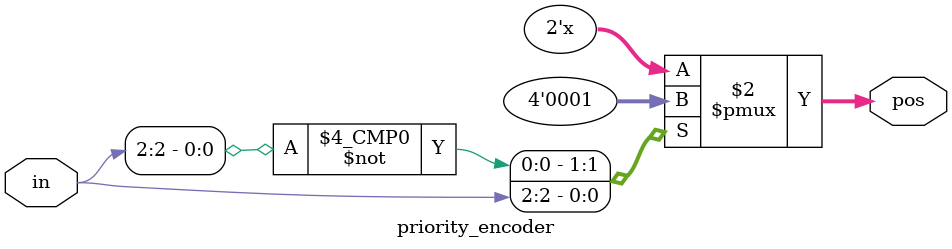
<source format=v>
module priority_encoder( 
input [2:0] in,
output reg [1:0] pos ); 
// When sel=1, assign b to out
always @* 
begin
casex ( in )
3'b0?? : pos = 2'b00;
3'b1?? : pos = 2'b01;
3'b10? : pos = 2'b10;
3'b11? : pos = 2'b11;
default : pos = 2'b00;
endcase
end
endmodule

</source>
